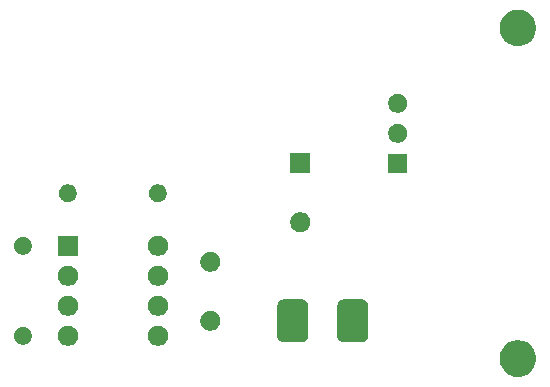
<source format=gbr>
%TF.GenerationSoftware,KiCad,Pcbnew,5.1.5+dfsg1-2build2*%
%TF.CreationDate,2020-09-04T09:29:52+02:00*%
%TF.ProjectId,amp-meter-dc,616d702d-6d65-4746-9572-2d64632e6b69,rev?*%
%TF.SameCoordinates,PX1dac6f8PY6049a88*%
%TF.FileFunction,Soldermask,Top*%
%TF.FilePolarity,Negative*%
%FSLAX46Y46*%
G04 Gerber Fmt 4.6, Leading zero omitted, Abs format (unit mm)*
G04 Created by KiCad (PCBNEW 5.1.5+dfsg1-2build2) date 2020-09-04 09:29:52*
%MOMM*%
%LPD*%
G04 APERTURE LIST*
%ADD10C,0.150000*%
G04 APERTURE END LIST*
D10*
G36*
X53642585Y4031198D02*
G01*
X53792410Y4001396D01*
X54074674Y3884479D01*
X54328705Y3714741D01*
X54544741Y3498705D01*
X54714479Y3244674D01*
X54831396Y2962410D01*
X54891000Y2662760D01*
X54891000Y2357240D01*
X54831396Y2057590D01*
X54714479Y1775326D01*
X54544741Y1521295D01*
X54328705Y1305259D01*
X54074674Y1135521D01*
X53792410Y1018604D01*
X53642585Y988802D01*
X53492761Y959000D01*
X53187239Y959000D01*
X53037415Y988802D01*
X52887590Y1018604D01*
X52605326Y1135521D01*
X52351295Y1305259D01*
X52135259Y1521295D01*
X51965521Y1775326D01*
X51848604Y2057590D01*
X51789000Y2357240D01*
X51789000Y2662760D01*
X51848604Y2962410D01*
X51965521Y3244674D01*
X52135259Y3498705D01*
X52351295Y3714741D01*
X52605326Y3884479D01*
X52887590Y4001396D01*
X53037415Y4031198D01*
X53187239Y4061000D01*
X53492761Y4061000D01*
X53642585Y4031198D01*
G37*
G36*
X23108228Y5263297D02*
G01*
X23263100Y5199147D01*
X23402481Y5106015D01*
X23521015Y4987481D01*
X23614147Y4848100D01*
X23678297Y4693228D01*
X23711000Y4528816D01*
X23711000Y4361184D01*
X23678297Y4196772D01*
X23614147Y4041900D01*
X23521015Y3902519D01*
X23402481Y3783985D01*
X23263100Y3690853D01*
X23108228Y3626703D01*
X22943816Y3594000D01*
X22776184Y3594000D01*
X22611772Y3626703D01*
X22456900Y3690853D01*
X22317519Y3783985D01*
X22198985Y3902519D01*
X22105853Y4041900D01*
X22041703Y4196772D01*
X22009000Y4361184D01*
X22009000Y4528816D01*
X22041703Y4693228D01*
X22105853Y4848100D01*
X22198985Y4987481D01*
X22317519Y5106015D01*
X22456900Y5199147D01*
X22611772Y5263297D01*
X22776184Y5296000D01*
X22943816Y5296000D01*
X23108228Y5263297D01*
G37*
G36*
X15488228Y5263297D02*
G01*
X15643100Y5199147D01*
X15782481Y5106015D01*
X15901015Y4987481D01*
X15994147Y4848100D01*
X16058297Y4693228D01*
X16091000Y4528816D01*
X16091000Y4361184D01*
X16058297Y4196772D01*
X15994147Y4041900D01*
X15901015Y3902519D01*
X15782481Y3783985D01*
X15643100Y3690853D01*
X15488228Y3626703D01*
X15323816Y3594000D01*
X15156184Y3594000D01*
X14991772Y3626703D01*
X14836900Y3690853D01*
X14697519Y3783985D01*
X14578985Y3902519D01*
X14485853Y4041900D01*
X14421703Y4196772D01*
X14389000Y4361184D01*
X14389000Y4528816D01*
X14421703Y4693228D01*
X14485853Y4848100D01*
X14578985Y4987481D01*
X14697519Y5106015D01*
X14836900Y5199147D01*
X14991772Y5263297D01*
X15156184Y5296000D01*
X15323816Y5296000D01*
X15488228Y5263297D01*
G37*
G36*
X11649059Y5167140D02*
G01*
X11785732Y5110528D01*
X11908735Y5028340D01*
X12013340Y4923735D01*
X12095528Y4800732D01*
X12152140Y4664059D01*
X12181000Y4518967D01*
X12181000Y4371033D01*
X12152140Y4225941D01*
X12095528Y4089268D01*
X12013340Y3966265D01*
X11908735Y3861660D01*
X11785732Y3779472D01*
X11785731Y3779471D01*
X11785730Y3779471D01*
X11649059Y3722860D01*
X11503968Y3694000D01*
X11356032Y3694000D01*
X11210941Y3722860D01*
X11074270Y3779471D01*
X11074269Y3779471D01*
X11074268Y3779472D01*
X10951265Y3861660D01*
X10846660Y3966265D01*
X10764472Y4089268D01*
X10707860Y4225941D01*
X10679000Y4371033D01*
X10679000Y4518967D01*
X10707860Y4664059D01*
X10764472Y4800732D01*
X10846660Y4923735D01*
X10951265Y5028340D01*
X11074268Y5110528D01*
X11210941Y5167140D01*
X11356032Y5196000D01*
X11503968Y5196000D01*
X11649059Y5167140D01*
G37*
G36*
X40209544Y7523917D02*
G01*
X40321616Y7489920D01*
X40424894Y7434717D01*
X40515422Y7360422D01*
X40589717Y7269894D01*
X40644920Y7166616D01*
X40678917Y7054544D01*
X40691000Y6931860D01*
X40691000Y4498140D01*
X40678917Y4375456D01*
X40644920Y4263384D01*
X40589717Y4160106D01*
X40515422Y4069578D01*
X40424894Y3995283D01*
X40321616Y3940080D01*
X40209544Y3906083D01*
X40086860Y3894000D01*
X38653140Y3894000D01*
X38530456Y3906083D01*
X38418384Y3940080D01*
X38315106Y3995283D01*
X38224578Y4069578D01*
X38150283Y4160106D01*
X38095080Y4263384D01*
X38061083Y4375456D01*
X38049000Y4498140D01*
X38049000Y6931860D01*
X38061083Y7054544D01*
X38095080Y7166616D01*
X38150283Y7269894D01*
X38224578Y7360422D01*
X38315106Y7434717D01*
X38418384Y7489920D01*
X38530456Y7523917D01*
X38653140Y7536000D01*
X40086860Y7536000D01*
X40209544Y7523917D01*
G37*
G36*
X35129544Y7523917D02*
G01*
X35241616Y7489920D01*
X35344894Y7434717D01*
X35435422Y7360422D01*
X35509717Y7269894D01*
X35564920Y7166616D01*
X35598917Y7054544D01*
X35611000Y6931860D01*
X35611000Y4498140D01*
X35598917Y4375456D01*
X35564920Y4263384D01*
X35509717Y4160106D01*
X35435422Y4069578D01*
X35344894Y3995283D01*
X35241616Y3940080D01*
X35129544Y3906083D01*
X35006860Y3894000D01*
X33573140Y3894000D01*
X33450456Y3906083D01*
X33338384Y3940080D01*
X33235106Y3995283D01*
X33144578Y4069578D01*
X33070283Y4160106D01*
X33015080Y4263384D01*
X32981083Y4375456D01*
X32969000Y4498140D01*
X32969000Y6931860D01*
X32981083Y7054544D01*
X33015080Y7166616D01*
X33070283Y7269894D01*
X33144578Y7360422D01*
X33235106Y7434717D01*
X33338384Y7489920D01*
X33450456Y7523917D01*
X33573140Y7536000D01*
X35006860Y7536000D01*
X35129544Y7523917D01*
G37*
G36*
X27553228Y6533297D02*
G01*
X27708100Y6469147D01*
X27847481Y6376015D01*
X27966015Y6257481D01*
X28059147Y6118100D01*
X28123297Y5963228D01*
X28156000Y5798816D01*
X28156000Y5631184D01*
X28123297Y5466772D01*
X28059147Y5311900D01*
X27966015Y5172519D01*
X27847481Y5053985D01*
X27708100Y4960853D01*
X27553228Y4896703D01*
X27388816Y4864000D01*
X27221184Y4864000D01*
X27056772Y4896703D01*
X26901900Y4960853D01*
X26762519Y5053985D01*
X26643985Y5172519D01*
X26550853Y5311900D01*
X26486703Y5466772D01*
X26454000Y5631184D01*
X26454000Y5798816D01*
X26486703Y5963228D01*
X26550853Y6118100D01*
X26643985Y6257481D01*
X26762519Y6376015D01*
X26901900Y6469147D01*
X27056772Y6533297D01*
X27221184Y6566000D01*
X27388816Y6566000D01*
X27553228Y6533297D01*
G37*
G36*
X15488228Y7803297D02*
G01*
X15643100Y7739147D01*
X15782481Y7646015D01*
X15901015Y7527481D01*
X15994147Y7388100D01*
X16058297Y7233228D01*
X16091000Y7068816D01*
X16091000Y6901184D01*
X16058297Y6736772D01*
X15994147Y6581900D01*
X15901015Y6442519D01*
X15782481Y6323985D01*
X15643100Y6230853D01*
X15488228Y6166703D01*
X15323816Y6134000D01*
X15156184Y6134000D01*
X14991772Y6166703D01*
X14836900Y6230853D01*
X14697519Y6323985D01*
X14578985Y6442519D01*
X14485853Y6581900D01*
X14421703Y6736772D01*
X14389000Y6901184D01*
X14389000Y7068816D01*
X14421703Y7233228D01*
X14485853Y7388100D01*
X14578985Y7527481D01*
X14697519Y7646015D01*
X14836900Y7739147D01*
X14991772Y7803297D01*
X15156184Y7836000D01*
X15323816Y7836000D01*
X15488228Y7803297D01*
G37*
G36*
X23108228Y7803297D02*
G01*
X23263100Y7739147D01*
X23402481Y7646015D01*
X23521015Y7527481D01*
X23614147Y7388100D01*
X23678297Y7233228D01*
X23711000Y7068816D01*
X23711000Y6901184D01*
X23678297Y6736772D01*
X23614147Y6581900D01*
X23521015Y6442519D01*
X23402481Y6323985D01*
X23263100Y6230853D01*
X23108228Y6166703D01*
X22943816Y6134000D01*
X22776184Y6134000D01*
X22611772Y6166703D01*
X22456900Y6230853D01*
X22317519Y6323985D01*
X22198985Y6442519D01*
X22105853Y6581900D01*
X22041703Y6736772D01*
X22009000Y6901184D01*
X22009000Y7068816D01*
X22041703Y7233228D01*
X22105853Y7388100D01*
X22198985Y7527481D01*
X22317519Y7646015D01*
X22456900Y7739147D01*
X22611772Y7803297D01*
X22776184Y7836000D01*
X22943816Y7836000D01*
X23108228Y7803297D01*
G37*
G36*
X23108228Y10343297D02*
G01*
X23263100Y10279147D01*
X23402481Y10186015D01*
X23521015Y10067481D01*
X23614147Y9928100D01*
X23678297Y9773228D01*
X23711000Y9608816D01*
X23711000Y9441184D01*
X23678297Y9276772D01*
X23614147Y9121900D01*
X23521015Y8982519D01*
X23402481Y8863985D01*
X23263100Y8770853D01*
X23108228Y8706703D01*
X22943816Y8674000D01*
X22776184Y8674000D01*
X22611772Y8706703D01*
X22456900Y8770853D01*
X22317519Y8863985D01*
X22198985Y8982519D01*
X22105853Y9121900D01*
X22041703Y9276772D01*
X22009000Y9441184D01*
X22009000Y9608816D01*
X22041703Y9773228D01*
X22105853Y9928100D01*
X22198985Y10067481D01*
X22317519Y10186015D01*
X22456900Y10279147D01*
X22611772Y10343297D01*
X22776184Y10376000D01*
X22943816Y10376000D01*
X23108228Y10343297D01*
G37*
G36*
X15488228Y10343297D02*
G01*
X15643100Y10279147D01*
X15782481Y10186015D01*
X15901015Y10067481D01*
X15994147Y9928100D01*
X16058297Y9773228D01*
X16091000Y9608816D01*
X16091000Y9441184D01*
X16058297Y9276772D01*
X15994147Y9121900D01*
X15901015Y8982519D01*
X15782481Y8863985D01*
X15643100Y8770853D01*
X15488228Y8706703D01*
X15323816Y8674000D01*
X15156184Y8674000D01*
X14991772Y8706703D01*
X14836900Y8770853D01*
X14697519Y8863985D01*
X14578985Y8982519D01*
X14485853Y9121900D01*
X14421703Y9276772D01*
X14389000Y9441184D01*
X14389000Y9608816D01*
X14421703Y9773228D01*
X14485853Y9928100D01*
X14578985Y10067481D01*
X14697519Y10186015D01*
X14836900Y10279147D01*
X14991772Y10343297D01*
X15156184Y10376000D01*
X15323816Y10376000D01*
X15488228Y10343297D01*
G37*
G36*
X27553228Y11533297D02*
G01*
X27708100Y11469147D01*
X27847481Y11376015D01*
X27966015Y11257481D01*
X28059147Y11118100D01*
X28123297Y10963228D01*
X28156000Y10798816D01*
X28156000Y10631184D01*
X28123297Y10466772D01*
X28059147Y10311900D01*
X27966015Y10172519D01*
X27847481Y10053985D01*
X27708100Y9960853D01*
X27553228Y9896703D01*
X27388816Y9864000D01*
X27221184Y9864000D01*
X27056772Y9896703D01*
X26901900Y9960853D01*
X26762519Y10053985D01*
X26643985Y10172519D01*
X26550853Y10311900D01*
X26486703Y10466772D01*
X26454000Y10631184D01*
X26454000Y10798816D01*
X26486703Y10963228D01*
X26550853Y11118100D01*
X26643985Y11257481D01*
X26762519Y11376015D01*
X26901900Y11469147D01*
X27056772Y11533297D01*
X27221184Y11566000D01*
X27388816Y11566000D01*
X27553228Y11533297D01*
G37*
G36*
X16091000Y11214000D02*
G01*
X14389000Y11214000D01*
X14389000Y12916000D01*
X16091000Y12916000D01*
X16091000Y11214000D01*
G37*
G36*
X23108228Y12883297D02*
G01*
X23263100Y12819147D01*
X23402481Y12726015D01*
X23521015Y12607481D01*
X23614147Y12468100D01*
X23678297Y12313228D01*
X23711000Y12148816D01*
X23711000Y11981184D01*
X23678297Y11816772D01*
X23614147Y11661900D01*
X23521015Y11522519D01*
X23402481Y11403985D01*
X23263100Y11310853D01*
X23108228Y11246703D01*
X22943816Y11214000D01*
X22776184Y11214000D01*
X22611772Y11246703D01*
X22456900Y11310853D01*
X22317519Y11403985D01*
X22198985Y11522519D01*
X22105853Y11661900D01*
X22041703Y11816772D01*
X22009000Y11981184D01*
X22009000Y12148816D01*
X22041703Y12313228D01*
X22105853Y12468100D01*
X22198985Y12607481D01*
X22317519Y12726015D01*
X22456900Y12819147D01*
X22611772Y12883297D01*
X22776184Y12916000D01*
X22943816Y12916000D01*
X23108228Y12883297D01*
G37*
G36*
X11649059Y12787140D02*
G01*
X11785732Y12730528D01*
X11908735Y12648340D01*
X12013340Y12543735D01*
X12095528Y12420732D01*
X12152140Y12284059D01*
X12181000Y12138967D01*
X12181000Y11991033D01*
X12152140Y11845941D01*
X12095528Y11709268D01*
X12013340Y11586265D01*
X11908735Y11481660D01*
X11785732Y11399472D01*
X11785731Y11399471D01*
X11785730Y11399471D01*
X11649059Y11342860D01*
X11503968Y11314000D01*
X11356032Y11314000D01*
X11210941Y11342860D01*
X11074270Y11399471D01*
X11074269Y11399471D01*
X11074268Y11399472D01*
X10951265Y11481660D01*
X10846660Y11586265D01*
X10764472Y11709268D01*
X10707860Y11845941D01*
X10679000Y11991033D01*
X10679000Y12138967D01*
X10707860Y12284059D01*
X10764472Y12420732D01*
X10846660Y12543735D01*
X10951265Y12648340D01*
X11074268Y12730528D01*
X11210941Y12787140D01*
X11356032Y12816000D01*
X11503968Y12816000D01*
X11649059Y12787140D01*
G37*
G36*
X35173228Y14868297D02*
G01*
X35328100Y14804147D01*
X35467481Y14711015D01*
X35586015Y14592481D01*
X35679147Y14453100D01*
X35743297Y14298228D01*
X35776000Y14133816D01*
X35776000Y13966184D01*
X35743297Y13801772D01*
X35679147Y13646900D01*
X35586015Y13507519D01*
X35467481Y13388985D01*
X35328100Y13295853D01*
X35173228Y13231703D01*
X35008816Y13199000D01*
X34841184Y13199000D01*
X34676772Y13231703D01*
X34521900Y13295853D01*
X34382519Y13388985D01*
X34263985Y13507519D01*
X34170853Y13646900D01*
X34106703Y13801772D01*
X34074000Y13966184D01*
X34074000Y14133816D01*
X34106703Y14298228D01*
X34170853Y14453100D01*
X34263985Y14592481D01*
X34382519Y14711015D01*
X34521900Y14804147D01*
X34676772Y14868297D01*
X34841184Y14901000D01*
X35008816Y14901000D01*
X35173228Y14868297D01*
G37*
G36*
X15459059Y17232140D02*
G01*
X15595732Y17175528D01*
X15718735Y17093340D01*
X15823340Y16988735D01*
X15905528Y16865732D01*
X15962140Y16729059D01*
X15991000Y16583967D01*
X15991000Y16436033D01*
X15962140Y16290941D01*
X15905528Y16154268D01*
X15823340Y16031265D01*
X15718735Y15926660D01*
X15595732Y15844472D01*
X15595731Y15844471D01*
X15595730Y15844471D01*
X15459059Y15787860D01*
X15313968Y15759000D01*
X15166032Y15759000D01*
X15020941Y15787860D01*
X14884270Y15844471D01*
X14884269Y15844471D01*
X14884268Y15844472D01*
X14761265Y15926660D01*
X14656660Y16031265D01*
X14574472Y16154268D01*
X14517860Y16290941D01*
X14489000Y16436033D01*
X14489000Y16583967D01*
X14517860Y16729059D01*
X14574472Y16865732D01*
X14656660Y16988735D01*
X14761265Y17093340D01*
X14884268Y17175528D01*
X15020941Y17232140D01*
X15166032Y17261000D01*
X15313968Y17261000D01*
X15459059Y17232140D01*
G37*
G36*
X23079059Y17232140D02*
G01*
X23215732Y17175528D01*
X23338735Y17093340D01*
X23443340Y16988735D01*
X23525528Y16865732D01*
X23582140Y16729059D01*
X23611000Y16583967D01*
X23611000Y16436033D01*
X23582140Y16290941D01*
X23525528Y16154268D01*
X23443340Y16031265D01*
X23338735Y15926660D01*
X23215732Y15844472D01*
X23215731Y15844471D01*
X23215730Y15844471D01*
X23079059Y15787860D01*
X22933968Y15759000D01*
X22786032Y15759000D01*
X22640941Y15787860D01*
X22504270Y15844471D01*
X22504269Y15844471D01*
X22504268Y15844472D01*
X22381265Y15926660D01*
X22276660Y16031265D01*
X22194472Y16154268D01*
X22137860Y16290941D01*
X22109000Y16436033D01*
X22109000Y16583967D01*
X22137860Y16729059D01*
X22194472Y16865732D01*
X22276660Y16988735D01*
X22381265Y17093340D01*
X22504268Y17175528D01*
X22640941Y17232140D01*
X22786032Y17261000D01*
X22933968Y17261000D01*
X23079059Y17232140D01*
G37*
G36*
X35776000Y18199000D02*
G01*
X34074000Y18199000D01*
X34074000Y19901000D01*
X35776000Y19901000D01*
X35776000Y18199000D01*
G37*
G36*
X43993000Y18237000D02*
G01*
X42367000Y18237000D01*
X42367000Y19863000D01*
X43993000Y19863000D01*
X43993000Y18237000D01*
G37*
G36*
X43417142Y22371758D02*
G01*
X43565101Y22310471D01*
X43698255Y22221501D01*
X43811501Y22108255D01*
X43900471Y21975101D01*
X43961758Y21827142D01*
X43993000Y21670075D01*
X43993000Y21509925D01*
X43961758Y21352858D01*
X43900471Y21204899D01*
X43811501Y21071745D01*
X43698255Y20958499D01*
X43565101Y20869529D01*
X43417142Y20808242D01*
X43260075Y20777000D01*
X43099925Y20777000D01*
X42942858Y20808242D01*
X42794899Y20869529D01*
X42661745Y20958499D01*
X42548499Y21071745D01*
X42459529Y21204899D01*
X42398242Y21352858D01*
X42367000Y21509925D01*
X42367000Y21670075D01*
X42398242Y21827142D01*
X42459529Y21975101D01*
X42548499Y22108255D01*
X42661745Y22221501D01*
X42794899Y22310471D01*
X42942858Y22371758D01*
X43099925Y22403000D01*
X43260075Y22403000D01*
X43417142Y22371758D01*
G37*
G36*
X43417142Y24911758D02*
G01*
X43565101Y24850471D01*
X43698255Y24761501D01*
X43811501Y24648255D01*
X43900471Y24515101D01*
X43961758Y24367142D01*
X43993000Y24210075D01*
X43993000Y24049925D01*
X43961758Y23892858D01*
X43900471Y23744899D01*
X43811501Y23611745D01*
X43698255Y23498499D01*
X43565101Y23409529D01*
X43417142Y23348242D01*
X43260075Y23317000D01*
X43099925Y23317000D01*
X42942858Y23348242D01*
X42794899Y23409529D01*
X42661745Y23498499D01*
X42548499Y23611745D01*
X42459529Y23744899D01*
X42398242Y23892858D01*
X42367000Y24049925D01*
X42367000Y24210075D01*
X42398242Y24367142D01*
X42459529Y24515101D01*
X42548499Y24648255D01*
X42661745Y24761501D01*
X42794899Y24850471D01*
X42942858Y24911758D01*
X43099925Y24943000D01*
X43260075Y24943000D01*
X43417142Y24911758D01*
G37*
G36*
X53642585Y32031198D02*
G01*
X53792410Y32001396D01*
X54074674Y31884479D01*
X54328705Y31714741D01*
X54544741Y31498705D01*
X54714479Y31244674D01*
X54831396Y30962410D01*
X54891000Y30662760D01*
X54891000Y30357240D01*
X54831396Y30057590D01*
X54714479Y29775326D01*
X54544741Y29521295D01*
X54328705Y29305259D01*
X54074674Y29135521D01*
X53792410Y29018604D01*
X53642585Y28988802D01*
X53492761Y28959000D01*
X53187239Y28959000D01*
X53037415Y28988802D01*
X52887590Y29018604D01*
X52605326Y29135521D01*
X52351295Y29305259D01*
X52135259Y29521295D01*
X51965521Y29775326D01*
X51848604Y30057590D01*
X51789000Y30357240D01*
X51789000Y30662760D01*
X51848604Y30962410D01*
X51965521Y31244674D01*
X52135259Y31498705D01*
X52351295Y31714741D01*
X52605326Y31884479D01*
X52887590Y32001396D01*
X53037415Y32031198D01*
X53187239Y32061000D01*
X53492761Y32061000D01*
X53642585Y32031198D01*
G37*
M02*

</source>
